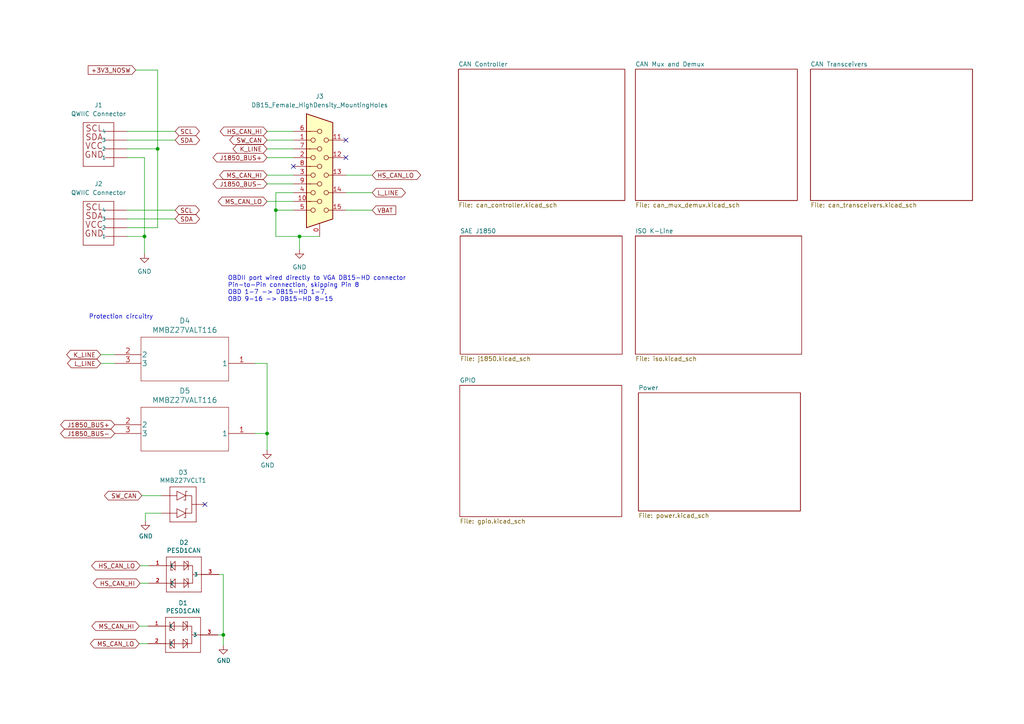
<source format=kicad_sch>
(kicad_sch (version 20211123) (generator eeschema)
  (paper "A4")
  (title_block (title "QWIIC OBDII Interface") (date "2023-01-03"))
  (lib_symbols
    (symbol "Connector:DB15_Female_HighDensity_MountingHoles" (pin_names (offset 1.016) hide)
      (property "Reference" "J" (at 0 21.59 0))
      (property "Value" "DB15_Female_HighDensity_MountingHoles" (at 0 19.05 0))
      (symbol "DB15_Female_HighDensity_MountingHoles_0_1"
        (circle (center -1.905 -10.16) (radius 0.635))
        (circle (center -1.905 -5.08) (radius 0.635))
        (circle (center -1.905 0) (radius 0.635))
        (circle (center -1.905 5.08) (radius 0.635))
        (circle (center -1.905 10.16) (radius 0.635))
        (circle (center 0 -7.62) (radius 0.635))
        (circle (center 0 -2.54) (radius 0.635))
        (polyline (pts (xy -3.175 7.62) (xy -0.635 7.62)))
        (polyline (pts (xy -0.635 -7.62) (xy -3.175 -7.62)))
        (polyline (pts (xy -0.635 -2.54) (xy -3.175 -2.54)))
        (polyline (pts (xy -0.635 2.54) (xy -3.175 2.54)))
        (polyline (pts (xy -0.635 12.7) (xy -3.175 12.7)))
        (polyline (pts (xy -3.81 17.78) (xy -3.81 -15.24) (xy 3.81 -12.7) (xy 3.81 15.24) (xy -3.81 17.78)) (stroke (width 0.254)) (fill (type background)))
        (circle (center 0 2.54) (radius 0.635))
        (circle (center 0 7.62) (radius 0.635))
        (circle (center 0 12.7) (radius 0.635))
        (circle (center 1.905 -10.16) (radius 0.635))
        (circle (center 1.905 -5.08) (radius 0.635))
        (circle (center 1.905 0) (radius 0.635))
        (circle (center 1.905 5.08) (radius 0.635))
        (circle (center 1.905 10.16) (radius 0.635))
      )
      (symbol "DB15_Female_HighDensity_MountingHoles_1_1"
        (pin passive line (at 0 -17.78 90) (length 3.81) (name "~") (number "0"))
        (pin passive line (at -7.62 10.16 0) (length 5.08) (name "~") (number "1"))
        (pin passive line (at -7.62 -7.62 0) (length 5.08) (name "~") (number "10"))
        (pin passive line (at 7.62 10.16 180) (length 5.08) (name "~") (number "11"))
        (pin passive line (at 7.62 5.08 180) (length 5.08) (name "~") (number "12"))
        (pin passive line (at 7.62 0 180) (length 5.08) (name "~") (number "13"))
        (pin passive line (at 7.62 -5.08 180) (length 5.08) (name "~") (number "14"))
        (pin passive line (at 7.62 -10.16 180) (length 5.08) (name "~") (number "15"))
        (pin passive line (at -7.62 5.08 0) (length 5.08) (name "~") (number "2"))
        (pin passive line (at -7.62 0 0) (length 5.08) (name "~") (number "3"))
        (pin passive line (at -7.62 -5.08 0) (length 5.08) (name "~") (number "4"))
        (pin passive line (at -7.62 -10.16 0) (length 5.08) (name "~") (number "5"))
        (pin passive line (at -7.62 12.7 0) (length 5.08) (name "~") (number "6"))
        (pin passive line (at -7.62 7.62 0) (length 5.08) (name "~") (number "7"))
        (pin passive line (at -7.62 2.54 0) (length 5.08) (name "~") (number "8"))
        (pin passive line (at -7.62 -2.54 0) (length 5.08) (name "~") (number "9"))
      )
    )
    (symbol "SparkFun-Connectors:I2C_STANDARD" (pin_numbers hide) (pin_names (offset 1.016))
      (property "Reference" "J" (at -2.54 13.462 0))
      (property "Value" "I2C_STANDARD" (at -2.54 -2.54 0))
      (symbol "I2C_STANDARD_1_0"
        (polyline (pts (xy -2.54 12.7) (xy -2.54 0)))
        (polyline (pts (xy -2.54 12.7) (xy 6.35 12.7)))
        (polyline (pts (xy 3.81 2.54) (xy 5.08 2.54)))
        (polyline (pts (xy 3.81 5.08) (xy 5.08 5.08)))
        (polyline (pts (xy 3.81 7.62) (xy 5.08 7.62)))
        (polyline (pts (xy 3.81 10.16) (xy 5.08 10.16)))
        (polyline (pts (xy 6.35 0) (xy -2.54 0)))
        (polyline (pts (xy 6.35 0) (xy 6.35 12.7)))
        (text "GND" (at 0.635 3.429 0) (effects (font (size 1.778 1.778))))
        (text "SCL" (at 0.635 11.049 0) (effects (font (size 1.778 1.778))))
        (text "SDA" (at 0.635 8.509 0) (effects (font (size 1.778 1.778))))
        (text "VCC" (at 0.635 5.969 0) (effects (font (size 1.778 1.778))))
      )
      (symbol "I2C_STANDARD_1_1"
        (pin passive line (at 10.16 2.54 180) (length 5.08) (name "1") (number "1"))
        (pin passive line (at 10.16 5.08 180) (length 5.08) (name "2") (number "2"))
        (pin passive line (at 10.16 7.62 180) (length 5.08) (name "3") (number "3"))
        (pin passive line (at 10.16 10.16 180) (length 5.08) (name "4") (number "4"))
      )
    )
    (symbol "SparkFun-DiscreteSemi:MMBZ27VCLT1" (pin_numbers hide) (pin_names (offset 1.016) hide)
      (property "Reference" "M" (at -20.32 10.6426 0))
      (property "Value" "MMBZ27VCLT1" (at -20.32 7.8486 0))
      (symbol "MMBZ27VCLT1_1_0"
        (polyline (pts (xy -5.08 -2.54) (xy -5.08 5.08)))
        (polyline (pts (xy -5.08 5.08) (xy 0 5.08)))
        (polyline (pts (xy -3.81 -0.508) (xy -2.54 -0.508)))
        (polyline (pts (xy -3.81 2.032) (xy -3.81 2.54)))
        (polyline (pts (xy -3.81 2.032) (xy -2.54 2.032)))
        (polyline (pts (xy -2.54 -2.54) (xy -5.08 -2.54)))
        (polyline (pts (xy -2.54 -2.54) (xy -2.54 -0.508)))
        (polyline (pts (xy -2.54 -0.508) (xy -1.27 -0.508)))
        (polyline (pts (xy -2.54 2.032) (xy -3.81 -0.508)))
        (polyline (pts (xy -2.54 2.032) (xy -2.54 3.81)))
        (polyline (pts (xy -2.54 2.032) (xy -1.27 2.032)))
        (polyline (pts (xy -2.54 3.81) (xy 0 3.81)))
        (polyline (pts (xy -1.27 -0.508) (xy -2.54 2.032)))
        (polyline (pts (xy -1.27 2.032) (xy -1.27 1.524)))
        (polyline (pts (xy 0 3.81) (xy 0 5.08)))
        (polyline (pts (xy 0 3.81) (xy 2.54 3.81)))
        (polyline (pts (xy 0 5.08) (xy 5.08 5.08)))
        (polyline (pts (xy 1.27 -0.508) (xy 2.54 -0.508)))
        (polyline (pts (xy 1.27 2.032) (xy 1.27 2.54)))
        (polyline (pts (xy 1.27 2.032) (xy 2.54 2.032)))
        (polyline (pts (xy 2.54 -2.54) (xy -2.54 -2.54)))
        (polyline (pts (xy 2.54 -2.54) (xy 2.54 -0.508)))
        (polyline (pts (xy 2.54 -0.508) (xy 3.81 -0.508)))
        (polyline (pts (xy 2.54 2.032) (xy 1.27 -0.508)))
        (polyline (pts (xy 2.54 2.032) (xy 3.81 2.032)))
        (polyline (pts (xy 2.54 3.81) (xy 2.54 2.032)))
        (polyline (pts (xy 3.81 -0.508) (xy 2.54 2.032)))
        (polyline (pts (xy 3.81 2.032) (xy 3.81 1.524)))
        (polyline (pts (xy 5.08 -2.54) (xy 2.54 -2.54)))
        (polyline (pts (xy 5.08 5.08) (xy 5.08 -2.54)))
      )
      (symbol "MMBZ27VCLT1_1_1"
        (pin passive line (at -2.54 -5.08 90) (length 2.54) (name "A1") (number "1"))
        (pin passive line (at 2.54 -5.08 90) (length 2.54) (name "A2") (number "2"))
        (pin passive line (at 0 7.62 270) (length 2.54) (name "C") (number "3"))
      )
    )
    (symbol "SparkFun-DiscreteSemi:PESD1CAN" (pin_names (offset 1.016))
      (property "Reference" "D" (at 0 11.43 0))
      (property "Value" "PESD1CAN" (at 0 -2.54 0))
      (symbol "PESD1CAN_1_0"
        (polyline (pts (xy 0 0) (xy 10.16 0)))
        (polyline (pts (xy 0 2.54) (xy 0 0)))
        (polyline (pts (xy 0 2.54) (xy 1.27 2.54)))
        (polyline (pts (xy 0 7.62) (xy 0 2.54)))
        (polyline (pts (xy 0 7.62) (xy 1.27 7.62)))
        (polyline (pts (xy 0 10.16) (xy 0 7.62)))
        (polyline (pts (xy 1.27 1.27) (xy 1.905 1.27)))
        (polyline (pts (xy 1.27 2.54) (xy 1.27 1.27)))
        (polyline (pts (xy 1.27 2.54) (xy 2.54 3.81)))
        (polyline (pts (xy 1.27 2.54) (xy 6.35 2.54)))
        (polyline (pts (xy 1.27 3.81) (xy 1.27 2.54)))
        (polyline (pts (xy 1.27 6.35) (xy 1.905 6.35)))
        (polyline (pts (xy 1.27 7.62) (xy 1.27 6.35)))
        (polyline (pts (xy 1.27 7.62) (xy 2.54 8.89)))
        (polyline (pts (xy 1.27 7.62) (xy 6.35 7.62)))
        (polyline (pts (xy 1.27 8.89) (xy 1.27 7.62)))
        (polyline (pts (xy 2.54 1.27) (xy 1.27 2.54)))
        (polyline (pts (xy 2.54 3.81) (xy 2.54 1.27)))
        (polyline (pts (xy 2.54 6.35) (xy 1.27 7.62)))
        (polyline (pts (xy 2.54 8.89) (xy 2.54 6.35)))
        (polyline (pts (xy 5.08 1.27) (xy 6.35 2.54)))
        (polyline (pts (xy 5.08 3.81) (xy 5.08 1.27)))
        (polyline (pts (xy 5.08 6.35) (xy 6.35 7.62)))
        (polyline (pts (xy 5.08 8.89) (xy 5.08 6.35)))
        (polyline (pts (xy 6.35 1.27) (xy 6.35 2.54)))
        (polyline (pts (xy 6.35 2.54) (xy 5.08 3.81)))
        (polyline (pts (xy 6.35 2.54) (xy 6.35 3.81)))
        (polyline (pts (xy 6.35 2.54) (xy 7.62 2.54)))
        (polyline (pts (xy 6.35 3.81) (xy 5.715 3.81)))
        (polyline (pts (xy 6.35 6.35) (xy 6.35 7.62)))
        (polyline (pts (xy 6.35 7.62) (xy 5.08 8.89)))
        (polyline (pts (xy 6.35 7.62) (xy 6.35 8.89)))
        (polyline (pts (xy 6.35 7.62) (xy 7.62 7.62)))
        (polyline (pts (xy 6.35 8.89) (xy 5.715 8.89)))
        (polyline (pts (xy 7.62 5.08) (xy 7.62 2.54)))
        (polyline (pts (xy 7.62 5.08) (xy 10.16 5.08)))
        (polyline (pts (xy 7.62 7.62) (xy 7.62 5.08)))
        (polyline (pts (xy 10.16 0) (xy 10.16 10.16)))
        (polyline (pts (xy 10.16 10.16) (xy 0 10.16)))
      )
      (symbol "PESD1CAN_1_1"
        (pin bidirectional line (at -5.08 7.62 0) (length 5.08) (name "1") (number "1"))
        (pin bidirectional line (at -5.08 2.54 0) (length 5.08) (name "2") (number "2"))
        (pin bidirectional line (at 15.24 5.08 180) (length 5.08) (name "3") (number "3"))
      )
    )
    (symbol "UltraLibrarian:MMBZ27VALT116" (pin_names (offset 0.254))
      (property "Reference" "R" (at 20.32 10.16 0))
      (property "Value" "MMBZ27VALT116" (at 20.32 7.62 0))
      (symbol "MMBZ27VALT116_1_1"
        (polyline (pts (xy 7.62 -7.62) (xy 33.02 -7.62)) (stroke (width 0.127)))
        (polyline (pts (xy 7.62 5.08) (xy 7.62 -7.62)) (stroke (width 0.127)))
        (polyline (pts (xy 33.02 -7.62) (xy 33.02 5.08)) (stroke (width 0.127)))
        (polyline (pts (xy 33.02 5.08) (xy 7.62 5.08)) (stroke (width 0.127)))
        (pin unspecified line (at 0 0 0) (length 7.62) (name "1") (number "1"))
        (pin unspecified line (at 40.64 -2.54 180) (length 7.62) (name "2") (number "2"))
        (pin unspecified line (at 40.64 0 180) (length 7.62) (name "3") (number "3"))
      )
    )
    (symbol "power:GND" (power) (pin_names (offset 0))
      (property "Value" "GND" (at 0 -3.81 0))
      (symbol "GND_0_1"
        (polyline (pts (xy 0 0) (xy 0 -1.27) (xy 1.27 -1.27) (xy 0 -2.54) (xy -1.27 -1.27) (xy 0 -1.27)))
      )
      (symbol "GND_1_1"
        (pin power_in line (at 0 0 270) (length 0) hide (name "GND") (number "1"))
      )
    )
  )
  (junction (at 77.47 125.73))
  (junction (at 80.01 60.96))
  (junction (at 86.868 68.58))
  (junction (at 45.72 43.18))
  (junction (at 41.91 68.58))
  (junction (at 64.77 184.15))
  (no_connect (at 59.436 146.304))
  (no_connect (at 85.09 48.26))
  (no_connect (at 100.33 45.72))
  (no_connect (at 100.33 40.64))
  (wire (pts (xy 40.386 186.69) (xy 42.926 186.69)))
  (wire (pts (xy 36.83 40.64) (xy 50.8 40.64)))
  (wire (pts (xy 36.83 63.5) (xy 50.8 63.5)))
  (wire (pts (xy 41.91 68.58) (xy 41.91 45.72)))
  (wire (pts (xy 77.47 53.34) (xy 85.09 53.34)))
  (wire (pts (xy 33.274 102.87) (xy 29.21 102.87)))
  (wire (pts (xy 77.47 105.41) (xy 73.914 105.41)))
  (wire (pts (xy 80.01 68.58) (xy 86.868 68.58)))
  (wire (pts (xy 40.64 169.164) (xy 43.18 169.164)))
  (wire (pts (xy 64.77 187.198) (xy 64.77 184.15)))
  (wire (pts (xy 80.01 55.88) (xy 85.09 55.88)))
  (wire (pts (xy 42.926 181.61) (xy 40.386 181.61)))
  (wire (pts (xy 100.33 50.8) (xy 107.95 50.8)))
  (wire (pts (xy 43.18 164.084) (xy 40.64 164.084)))
  (wire (pts (xy 77.47 45.72) (xy 85.09 45.72)))
  (wire (pts (xy 42.164 151.13) (xy 42.164 148.844)))
  (wire (pts (xy 36.83 66.04) (xy 45.72 66.04)))
  (wire (pts (xy 64.77 166.624) (xy 64.77 184.15)))
  (wire (pts (xy 80.01 60.96) (xy 80.01 55.88)))
  (wire (pts (xy 100.33 55.88) (xy 107.95 55.88)))
  (wire (pts (xy 41.148 143.764) (xy 46.736 143.764)))
  (wire (pts (xy 64.77 184.15) (xy 63.246 184.15)))
  (wire (pts (xy 77.47 38.1) (xy 85.09 38.1)))
  (wire (pts (xy 80.01 60.96) (xy 85.09 60.96)))
  (wire (pts (xy 80.01 68.58) (xy 80.01 60.96)))
  (wire (pts (xy 39.37 20.32) (xy 45.72 20.32)))
  (wire (pts (xy 77.47 125.73) (xy 77.47 105.41)))
  (wire (pts (xy 77.47 50.8) (xy 85.09 50.8)))
  (wire (pts (xy 29.21 105.41) (xy 33.274 105.41)))
  (wire (pts (xy 63.5 166.624) (xy 64.77 166.624)))
  (wire (pts (xy 100.33 60.96) (xy 107.95 60.96)))
  (wire (pts (xy 41.91 73.66) (xy 41.91 68.58)))
  (wire (pts (xy 45.72 66.04) (xy 45.72 43.18)))
  (wire (pts (xy 77.47 58.42) (xy 85.09 58.42)))
  (wire (pts (xy 41.91 45.72) (xy 36.83 45.72)))
  (wire (pts (xy 77.47 43.18) (xy 85.09 43.18)))
  (wire (pts (xy 86.868 68.58) (xy 92.71 68.58)))
  (wire (pts (xy 77.47 125.73) (xy 73.914 125.73)))
  (wire (pts (xy 36.83 43.18) (xy 45.72 43.18)))
  (wire (pts (xy 36.83 60.96) (xy 50.8 60.96)))
  (wire (pts (xy 42.164 148.844) (xy 46.736 148.844)))
  (wire (pts (xy 45.72 20.32) (xy 45.72 43.18)))
  (wire (pts (xy 86.868 68.58) (xy 86.868 72.39)))
  (wire (pts (xy 36.83 68.58) (xy 41.91 68.58)))
  (wire (pts (xy 77.47 40.64) (xy 85.09 40.64)))
  (wire (pts (xy 36.83 38.1) (xy 50.8 38.1)))
  (wire (pts (xy 77.47 130.556) (xy 77.47 125.73)))
  (text "OBDII port wired directly to VGA DB15-HD connector\nPin-to-Pin connection, skipping Pin 8\nOBD 1-7 -> DB15-HD 1-7,  \nOBD 9-16 -> DB15-HD 8-15" (at 66.04 87.63 0) (effects (font (size 1.27 1.27)) (justify left bottom)))
  (text "Protection circuitry" (at 44.45 92.71 180) (effects (font (size 1.27 1.27)) (justify right bottom)))
  (global_label "J1850_BUS-" (shape bidirectional) (at 33.274 125.73 180) (property "Intersheet References" "${INTERSHEET_REFS}" (effects hide)))
  (global_label "J1850_BUS+" (shape bidirectional) (at 77.47 45.72 180) (property "Intersheet References" "${INTERSHEET_REFS}" (effects hide)))
  (global_label "MS_CAN_HI" (shape bidirectional) (at 40.386 181.61 180) (property "Intersheet References" "${INTERSHEET_REFS}" (effects hide)))
  (global_label "+3V3_NOSW" (shape input) (at 39.37 20.32 180) (property "Intersheet References" "${INTERSHEET_REFS}" (effects hide)))
  (global_label "K_LINE" (shape bidirectional) (at 29.21 102.87 180) (property "Intersheet References" "${INTERSHEET_REFS}" (effects hide)))
  (global_label "L_LINE" (shape bidirectional) (at 29.21 105.41 180) (property "Intersheet References" "${INTERSHEET_REFS}" (effects hide)))
  (global_label "HS_CAN_HI" (shape bidirectional) (at 77.47 38.1 180) (property "Intersheet References" "${INTERSHEET_REFS}" (effects hide)))
  (global_label "HS_CAN_LO" (shape bidirectional) (at 107.95 50.8 0) (property "Intersheet References" "${INTERSHEET_REFS}" (effects hide)))
  (global_label "J1850_BUS-" (shape bidirectional) (at 77.47 53.34 180) (property "Intersheet References" "${INTERSHEET_REFS}" (effects hide)))
  (global_label "J1850_BUS+" (shape bidirectional) (at 33.274 123.19 180) (property "Intersheet References" "${INTERSHEET_REFS}" (effects hide)))
  (global_label "MS_CAN_LO" (shape bidirectional) (at 40.386 186.69 180) (property "Intersheet References" "${INTERSHEET_REFS}" (effects hide)))
  (global_label "SW_CAN" (shape bidirectional) (at 41.148 143.764 180) (property "Intersheet References" "${INTERSHEET_REFS}" (effects hide)))
  (global_label "SW_CAN" (shape bidirectional) (at 77.47 40.64 180) (property "Intersheet References" "${INTERSHEET_REFS}" (effects hide)))
  (global_label "SCL" (shape bidirectional) (at 50.8 60.96 0) (property "Intersheet References" "${INTERSHEET_REFS}" (effects hide)))
  (global_label "SDA" (shape bidirectional) (at 50.8 63.5 0) (property "Intersheet References" "${INTERSHEET_REFS}" (effects hide)))
  (global_label "L_LINE" (shape bidirectional) (at 107.95 55.88 0) (property "Intersheet References" "${INTERSHEET_REFS}" (effects hide)))
  (global_label "VBAT" (shape input) (at 107.95 60.96 0) (property "Intersheet References" "${INTERSHEET_REFS}" (effects hide)))
  (global_label "HS_CAN_HI" (shape bidirectional) (at 40.64 169.164 180) (property "Intersheet References" "${INTERSHEET_REFS}" (effects hide)))
  (global_label "HS_CAN_LO" (shape bidirectional) (at 40.64 164.084 180) (property "Intersheet References" "${INTERSHEET_REFS}" (effects hide)))
  (global_label "SDA" (shape bidirectional) (at 50.8 40.64 0) (property "Intersheet References" "${INTERSHEET_REFS}" (effects hide)))
  (global_label "MS_CAN_HI" (shape bidirectional) (at 77.47 50.8 180) (property "Intersheet References" "${INTERSHEET_REFS}" (effects hide)))
  (global_label "MS_CAN_LO" (shape bidirectional) (at 77.47 58.42 180) (property "Intersheet References" "${INTERSHEET_REFS}" (effects hide)))
  (global_label "SCL" (shape bidirectional) (at 50.8 38.1 0) (property "Intersheet References" "${INTERSHEET_REFS}" (effects hide)))
  (global_label "K_LINE" (shape bidirectional) (at 77.47 43.18 180) (property "Intersheet References" "${INTERSHEET_REFS}" (effects hide)))
  (symbol (lib_id "UltraLibrarian:MMBZ27VALT116") (at 73.914 125.73 180) (unit 1)
    (property "Reference" "D5" (at 53.594 113.3602 0) (effects (font (size 1.524 1.524))))
    (property "Value" "MMBZ27VALT116" (at 53.594 116.0526 0) (effects (font (size 1.524 1.524))))
    (property "Footprint" "SparkFun-Silicon-Standard:SOT23-3" (effects hide))
    (property "Digikey" "MMBZ27VALT116CT-ND" (effects hide))
  )
  (symbol (lib_id "Connector:DB15_Female_HighDensity_MountingHoles") (at 92.71 50.8 0) (unit 1)
    (property "Reference" "J3" (at 92.71 27.94 0))
    (property "Value" "DB15_Female_HighDensity_MountingHoles" (at 92.71 30.48 0))
    (property "Footprint" "Connector_Dsub:DSUB-15-HD_Female_Horizontal_P2.29x1.98mm_EdgePinOffset8.35mm_Housed_MountingHolesOffset10.89mm" (effects hide))
    (property "Datasheet" " ~" (effects hide))
    (property "Digikey" "L77HDE15SD1CH4FVGA-ND" (effects hide))
  )
  (symbol (lib_id "power:GND") (at 86.868 72.39 0) (unit 1)
    (property "Reference" "#PWR05" (effects hide))
    (property "Value" "GND" (at 86.868 77.47 0))
  )
  (symbol (lib_id "UltraLibrarian:MMBZ27VALT116") (at 73.914 105.41 180) (unit 1)
    (property "Reference" "D4" (at 53.594 93.0402 0) (effects (font (size 1.524 1.524))))
    (property "Value" "MMBZ27VALT116" (at 53.594 95.7326 0) (effects (font (size 1.524 1.524))))
    (property "Footprint" "SparkFun-Silicon-Standard:SOT23-3" (effects hide))
    (property "Digikey" "MMBZ27VALT116CT-ND" (effects hide))
  )
  (symbol (lib_id "power:GND") (at 77.47 130.556 0) (unit 1)
    (property "Reference" "#PWR04" (effects hide))
    (property "Value" "GND" (at 77.597 134.9502 0))
  )
  (symbol (lib_id "SparkFun-DiscreteSemi:PESD1CAN") (at 48.26 171.704 0) (unit 1)
    (property "Reference" "D2" (at 53.34 157.353 0))
    (property "Value" "PESD1CAN" (at 53.34 159.6644 0))
    (property "Footprint" "SparkFun-Silicon-Standard:SOT23-3" (effects hide))
    (property "Digikey" "1727-3817-1-ND" (effects hide))
  )
  (symbol (lib_id "power:GND") (at 41.91 73.66 0) (unit 1)
    (property "Reference" "#PWR01" (effects hide))
    (property "Value" "GND" (at 41.91 78.74 0))
  )
  (symbol (lib_id "SparkFun-DiscreteSemi:MMBZ27VCLT1") (at 51.816 146.304 270) (unit 1)
    (property "Reference" "D3" (at 53.086 137.033 90))
    (property "Value" "MMBZ27VCLT1" (at 53.086 139.3444 90))
    (property "Footprint" "SparkFun-Silicon-Standard:SOT23-3" (effects hide))
    (property "Digikey" "MMBZ27VCL-FDICT-ND" (effects hide))
  )
  (symbol (lib_id "SparkFun-DiscreteSemi:PESD1CAN") (at 48.006 189.23 0) (unit 1)
    (property "Reference" "D1" (at 53.086 174.879 0))
    (property "Value" "PESD1CAN" (at 53.086 177.1904 0))
    (property "Footprint" "SparkFun-Silicon-Standard:SOT23-3" (effects hide))
    (property "Digikey" "1727-3817-1-ND" (effects hide))
  )
  (symbol (lib_id "SparkFun-Connectors:I2C_STANDARD") (at 26.67 71.12 0) (unit 1)
    (property "Reference" "J2" (at 28.575 53.34 0))
    (property "Value" "QWIIC Connector" (at 28.575 55.88 0))
    (property "Footprint" "Beirdo:QWIIC Connector" (effects hide))
    (property "SparkFun" "PRT-16766" (effects hide))
  )
  (symbol (lib_id "SparkFun-Connectors:I2C_STANDARD") (at 26.67 48.26 0) (unit 1)
    (property "Reference" "J1" (at 28.575 30.48 0))
    (property "Value" "QWIIC Connector" (at 28.575 33.02 0))
    (property "Footprint" "Beirdo:QWIIC Connector" (effects hide))
    (property "SparkFun" "PRT-16766" (effects hide))
  )
  (symbol (lib_id "power:GND") (at 42.164 151.13 0) (unit 1)
    (property "Reference" "#PWR02" (effects hide))
    (property "Value" "GND" (at 42.291 155.5242 0))
  )
  (symbol (lib_id "power:GND") (at 64.77 187.198 0) (unit 1)
    (property "Reference" "#PWR03" (effects hide))
    (property "Value" "GND" (at 64.897 191.5922 0))
  )
  (sheet (at 184.277 20.066) (size 46.99 38.1) (stroke (width 0.1524))
    (property "Sheet name" "CAN Mux and Demux" (at 184.277 19.3544 0) (effects (justify left bottom)))
    (property "Sheet file" "can_mux_demux.kicad_sch" (at 184.277 58.7506 0) (effects (justify left top)))
  )
  (sheet (at 185.166 113.919) (size 46.99 34.29) (stroke (width 0.1524))
    (property "Sheet name" "Power" (at 185.166 113.2074 0) (effects (justify left bottom)))
    (property "Sheet file" "power.kicad_sch" (at 185.166 148.7936 0) (effects (justify left top)))
  )
  (sheet (at 132.969 20.066) (size 48.26 38.1) (stroke (width 0.1524))
    (property "Sheet name" "CAN Controller" (at 132.969 19.3544 0) (effects (justify left bottom)))
    (property "Sheet file" "can_controller.kicad_sch" (at 132.969 58.7506 0) (effects (justify left top)))
  )
  (sheet (at 133.35 111.76) (size 46.99 38.1) (stroke (width 0.1524))
    (property "Sheet name" "GPIO" (at 133.35 111.0484 0) (effects (justify left bottom)))
    (property "Sheet file" "gpio.kicad_sch" (at 133.35 150.4446 0) (effects (justify left top)))
  )
  (sheet (at 133.477 68.453) (size 46.99 34.29) (stroke (width 0.1524))
    (property "Sheet name" "SAE J1850" (at 133.477 67.7414 0) (effects (justify left bottom)))
    (property "Sheet file" "j1850.kicad_sch" (at 133.477 103.3276 0) (effects (justify left top)))
  )
  (sheet (at 235.077 20.066) (size 46.99 38.1) (stroke (width 0.1524))
    (property "Sheet name" "CAN Transceivers" (at 235.077 19.3544 0) (effects (justify left bottom)))
    (property "Sheet file" "can_transceivers.kicad_sch" (at 235.077 58.7506 0) (effects (justify left top)))
  )
  (sheet (at 184.277 68.453) (size 48.26 34.29) (stroke (width 0.1524))
    (property "Sheet name" "ISO K-Line" (at 184.277 67.7414 0) (effects (justify left bottom)))
    (property "Sheet file" "iso.kicad_sch" (at 184.277 103.3276 0) (effects (justify left top)))
  )
)
</source>
